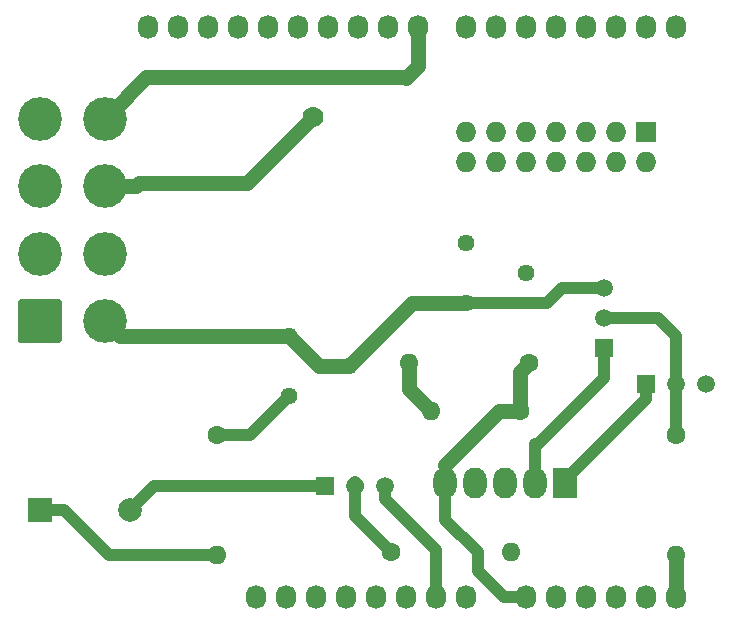
<source format=gbr>
G04 #@! TF.GenerationSoftware,KiCad,Pcbnew,5.1.2-f72e74a~84~ubuntu18.04.1*
G04 #@! TF.CreationDate,2019-09-12T15:19:10-03:00*
G04 #@! TF.ProjectId,Placa_lcd_cont_geiger,506c6163-615f-46c6-9364-5f636f6e745f,rev?*
G04 #@! TF.SameCoordinates,Original*
G04 #@! TF.FileFunction,Copper,L1,Top*
G04 #@! TF.FilePolarity,Positive*
%FSLAX46Y46*%
G04 Gerber Fmt 4.6, Leading zero omitted, Abs format (unit mm)*
G04 Created by KiCad (PCBNEW 5.1.2-f72e74a~84~ubuntu18.04.1) date 2019-09-12 15:19:10*
%MOMM*%
%LPD*%
G04 APERTURE LIST*
%ADD10C,1.440000*%
%ADD11O,1.727200X2.032000*%
%ADD12R,2.000000X2.000000*%
%ADD13C,2.000000*%
%ADD14C,1.600000*%
%ADD15O,1.600000X1.600000*%
%ADD16C,0.100000*%
%ADD17C,3.700000*%
%ADD18R,1.727200X1.727200*%
%ADD19O,1.727200X1.727200*%
%ADD20R,2.000000X2.600000*%
%ADD21O,2.000000X2.600000*%
%ADD22C,1.500000*%
%ADD23R,1.500000X1.500000*%
%ADD24C,1.778000*%
%ADD25C,1.270000*%
%ADD26C,1.016000*%
G04 APERTURE END LIST*
D10*
X156718000Y-98933000D03*
X161798000Y-96393000D03*
X156718000Y-93853000D03*
D11*
X138938000Y-123825000D03*
X141478000Y-123825000D03*
X144018000Y-123825000D03*
X146558000Y-123825000D03*
X149098000Y-123825000D03*
X151638000Y-123825000D03*
X154178000Y-123825000D03*
X156718000Y-123825000D03*
X161798000Y-123825000D03*
X164338000Y-123825000D03*
X166878000Y-123825000D03*
X169418000Y-123825000D03*
X171958000Y-123825000D03*
X174498000Y-123825000D03*
X129794000Y-75565000D03*
X132334000Y-75565000D03*
X134874000Y-75565000D03*
X137414000Y-75565000D03*
X139954000Y-75565000D03*
X142494000Y-75565000D03*
X145034000Y-75565000D03*
X147574000Y-75565000D03*
X150114000Y-75565000D03*
X152654000Y-75565000D03*
X156718000Y-75565000D03*
X159258000Y-75565000D03*
X161798000Y-75565000D03*
X164338000Y-75565000D03*
X166878000Y-75565000D03*
X169418000Y-75565000D03*
X171958000Y-75565000D03*
X174498000Y-75565000D03*
D12*
X120650000Y-116459000D03*
D13*
X128250000Y-116459000D03*
D14*
X161290000Y-108077000D03*
D15*
X153790000Y-108077000D03*
D16*
G36*
X122274503Y-98608204D02*
G01*
X122298772Y-98611804D01*
X122322570Y-98617765D01*
X122345670Y-98626030D01*
X122367849Y-98636520D01*
X122388892Y-98649133D01*
X122408598Y-98663748D01*
X122426776Y-98680224D01*
X122443252Y-98698402D01*
X122457867Y-98718108D01*
X122470480Y-98739151D01*
X122480970Y-98761330D01*
X122489235Y-98784430D01*
X122495196Y-98808228D01*
X122498796Y-98832497D01*
X122500000Y-98857001D01*
X122500000Y-102056999D01*
X122498796Y-102081503D01*
X122495196Y-102105772D01*
X122489235Y-102129570D01*
X122480970Y-102152670D01*
X122470480Y-102174849D01*
X122457867Y-102195892D01*
X122443252Y-102215598D01*
X122426776Y-102233776D01*
X122408598Y-102250252D01*
X122388892Y-102264867D01*
X122367849Y-102277480D01*
X122345670Y-102287970D01*
X122322570Y-102296235D01*
X122298772Y-102302196D01*
X122274503Y-102305796D01*
X122249999Y-102307000D01*
X119050001Y-102307000D01*
X119025497Y-102305796D01*
X119001228Y-102302196D01*
X118977430Y-102296235D01*
X118954330Y-102287970D01*
X118932151Y-102277480D01*
X118911108Y-102264867D01*
X118891402Y-102250252D01*
X118873224Y-102233776D01*
X118856748Y-102215598D01*
X118842133Y-102195892D01*
X118829520Y-102174849D01*
X118819030Y-102152670D01*
X118810765Y-102129570D01*
X118804804Y-102105772D01*
X118801204Y-102081503D01*
X118800000Y-102056999D01*
X118800000Y-98857001D01*
X118801204Y-98832497D01*
X118804804Y-98808228D01*
X118810765Y-98784430D01*
X118819030Y-98761330D01*
X118829520Y-98739151D01*
X118842133Y-98718108D01*
X118856748Y-98698402D01*
X118873224Y-98680224D01*
X118891402Y-98663748D01*
X118911108Y-98649133D01*
X118932151Y-98636520D01*
X118954330Y-98626030D01*
X118977430Y-98617765D01*
X119001228Y-98611804D01*
X119025497Y-98608204D01*
X119050001Y-98607000D01*
X122249999Y-98607000D01*
X122274503Y-98608204D01*
X122274503Y-98608204D01*
G37*
D17*
X120650000Y-100457000D03*
X120650000Y-94757000D03*
X120650000Y-89057000D03*
X120650000Y-83357000D03*
X126150000Y-100457000D03*
X126150000Y-94757000D03*
X126150000Y-89057000D03*
X126150000Y-83357000D03*
D18*
X171958000Y-84455000D03*
D19*
X171958000Y-86995000D03*
X169418000Y-84455000D03*
X169418000Y-86995000D03*
X166878000Y-84455000D03*
X166878000Y-86995000D03*
X164338000Y-84455000D03*
X164338000Y-86995000D03*
X161798000Y-84455000D03*
X161798000Y-86995000D03*
X159258000Y-84455000D03*
X159258000Y-86995000D03*
X156718000Y-84455000D03*
X156718000Y-86995000D03*
D15*
X174498000Y-120269000D03*
D14*
X174498000Y-110109000D03*
X150368000Y-120015000D03*
D15*
X160528000Y-120015000D03*
D14*
X135636000Y-110109000D03*
D15*
X135636000Y-120269000D03*
X151892000Y-104013000D03*
D14*
X162052000Y-104013000D03*
D10*
X141732000Y-101727000D03*
X146812000Y-104267000D03*
X141732000Y-106807000D03*
D20*
X165140000Y-114173000D03*
D21*
X162600000Y-114173000D03*
X160060000Y-114173000D03*
X157520000Y-114173000D03*
X154980000Y-114173000D03*
D22*
X147320000Y-114427000D03*
X149860000Y-114427000D03*
D23*
X144780000Y-114427000D03*
X171958000Y-105791000D03*
D22*
X177038000Y-105791000D03*
X174498000Y-105791000D03*
X168402000Y-100203000D03*
X168402000Y-97663000D03*
D23*
X168402000Y-102743000D03*
D24*
X143764000Y-83185000D03*
D25*
X154178000Y-123672600D02*
X154178000Y-123825000D01*
X151638000Y-123825000D02*
X151638000Y-123672600D01*
D26*
X154178000Y-119805660D02*
X154178000Y-123825000D01*
X149860000Y-114427000D02*
X149860000Y-115487660D01*
X149860000Y-115487660D02*
X154178000Y-119805660D01*
D25*
X151892000Y-106179000D02*
X153790000Y-108077000D01*
X151892000Y-104013000D02*
X151892000Y-106179000D01*
X161798000Y-123825000D02*
X161798000Y-123672600D01*
D26*
X154980000Y-112609000D02*
X154980000Y-114173000D01*
X159918400Y-123825000D02*
X161798000Y-123825000D01*
X157734000Y-121640600D02*
X159918400Y-123825000D01*
X157734000Y-120015000D02*
X157734000Y-121640600D01*
X154980000Y-117261000D02*
X157734000Y-120015000D01*
X154980000Y-114173000D02*
X154980000Y-117261000D01*
D25*
X159512000Y-108077000D02*
X161290000Y-108077000D01*
X154980000Y-112609000D02*
X159512000Y-108077000D01*
X161290000Y-104775000D02*
X162052000Y-104013000D01*
X161290000Y-108077000D02*
X161290000Y-104775000D01*
X152654000Y-75717400D02*
X152654000Y-75565000D01*
X152654000Y-78867000D02*
X152654000Y-75565000D01*
X151638000Y-79883000D02*
X152654000Y-78867000D01*
X127999999Y-81507001D02*
X127999999Y-81423001D01*
X126150000Y-83357000D02*
X127999999Y-81507001D01*
X151739601Y-79781399D02*
X152654000Y-78867000D01*
X129641601Y-79781399D02*
X151739601Y-79781399D01*
X127999999Y-81423001D02*
X129641601Y-79781399D01*
X138176000Y-88773000D02*
X143764000Y-83185000D01*
X129050295Y-88773000D02*
X138176000Y-88773000D01*
X126150000Y-89057000D02*
X128766295Y-89057000D01*
X128766295Y-89057000D02*
X129050295Y-88773000D01*
D26*
X134504630Y-120269000D02*
X135636000Y-120269000D01*
X126476000Y-120269000D02*
X134504630Y-120269000D01*
X122666000Y-116459000D02*
X126476000Y-120269000D01*
X120650000Y-116459000D02*
X122666000Y-116459000D01*
X130282000Y-114427000D02*
X128250000Y-116459000D01*
X144780000Y-114427000D02*
X130282000Y-114427000D01*
D25*
X144272000Y-104267000D02*
X141732000Y-101727000D01*
X146812000Y-104267000D02*
X144272000Y-104267000D01*
X127420000Y-101727000D02*
X126150000Y-100457000D01*
X152146000Y-98933000D02*
X156718000Y-98933000D01*
X146812000Y-104267000D02*
X152146000Y-98933000D01*
X141732000Y-101727000D02*
X127420000Y-101727000D01*
D26*
X156718000Y-98933000D02*
X163576000Y-98933000D01*
X164846000Y-97663000D02*
X168402000Y-97663000D01*
X163576000Y-98933000D02*
X164846000Y-97663000D01*
X165140000Y-113873000D02*
X171958000Y-107055000D01*
X171958000Y-107055000D02*
X171958000Y-105791000D01*
X165140000Y-114173000D02*
X165140000Y-113873000D01*
D25*
X147410010Y-114336990D02*
X147410010Y-114427000D01*
D26*
X147320000Y-114427000D02*
X147320000Y-114039000D01*
X147320000Y-114427000D02*
X147320000Y-116967000D01*
X147320000Y-116967000D02*
X150368000Y-120015000D01*
X174498000Y-101727000D02*
X174498000Y-105791000D01*
X168402000Y-100203000D02*
X172974000Y-100203000D01*
X172974000Y-100203000D02*
X174498000Y-101727000D01*
X174498000Y-105791000D02*
X174498000Y-110109000D01*
X138430000Y-110109000D02*
X141732000Y-106807000D01*
X135636000Y-110109000D02*
X138430000Y-110109000D01*
D25*
X174498000Y-123825000D02*
X174498000Y-120269000D01*
D26*
X162600000Y-111368000D02*
X162600000Y-111857000D01*
X162600000Y-111857000D02*
X162600000Y-114173000D01*
X162600000Y-111857000D02*
X162600000Y-110831000D01*
X162842000Y-110831000D02*
X168402000Y-105271000D01*
X168402000Y-105271000D02*
X168402000Y-103505000D01*
X162600000Y-110831000D02*
X162842000Y-110831000D01*
M02*

</source>
